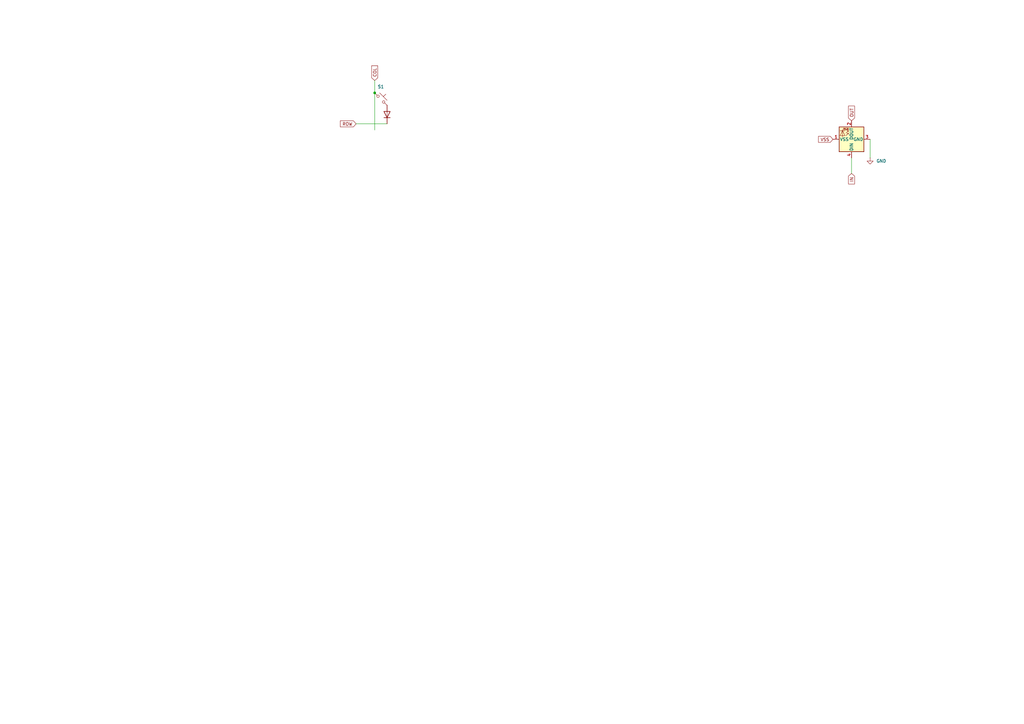
<source format=kicad_sch>
(kicad_sch (version 20231120) (generator "eeschema") (generator_version "8.0")
  (paper "A3")
  (lib_symbols
    (symbol "ScottoKeebs:LED_SK6812MINI" (pin_names (offset 0.254))
      (property "Reference" "D" (at 5.08 5.715 0))
      (property "Value" "LED_SK6812MINI" (at 1.27 -5.715 0))
      (symbol "LED_SK6812MINI_0_0"
        (text "RGB" (at 2.286 -4.191 0) (effects (font (size 0.762 0.762))))
      )
      (symbol "LED_SK6812MINI_0_1"
        (polyline (pts (xy 1.27 -3.556) (xy 1.778 -3.556)))
        (polyline (pts (xy 1.27 -2.54) (xy 1.778 -2.54)))
        (polyline (pts (xy 4.699 -3.556) (xy 2.667 -3.556)))
        (polyline (pts (xy 2.286 -2.54) (xy 1.27 -3.556) (xy 1.27 -3.048)))
        (polyline (pts (xy 2.286 -1.524) (xy 1.27 -2.54) (xy 1.27 -2.032)))
        (polyline (pts (xy 3.683 -1.016) (xy 3.683 -3.556) (xy 3.683 -4.064)))
        (polyline (pts (xy 4.699 -1.524) (xy 2.667 -1.524) (xy 3.683 -3.556) (xy 4.699 -1.524)))
        (rectangle (start 5.08 5.08) (end -5.08 -5.08) (stroke (width 0.254)) (fill (type background)))
      )
      (symbol "LED_SK6812MINI_1_1"
        (pin output line (at 7.62 0 180) (length 2.54) (name "VSS") (number "1"))
        (pin power_in line (at 0 -7.62 90) (length 2.54) (name "DOUT") (number "2"))
        (pin input line (at -7.62 0 0) (length 2.54) (name "GND") (number "3"))
        (pin power_in line (at 0 7.62 270) (length 2.54) (name "DIN") (number "4"))
      )
    )
    (symbol "ScottoKeebs:Placeholder_Diode" (pin_numbers hide) (pin_names hide)
      (property "Reference" "D" (at 0 2.54 0))
      (property "Value" "Diode" (at 0 -2.54 0))
      (symbol "Placeholder_Diode_0_1"
        (polyline (pts (xy -1.27 1.27) (xy -1.27 -1.27)) (stroke (width 0.254)))
        (polyline (pts (xy 1.27 0) (xy -1.27 0)))
        (polyline (pts (xy 1.27 1.27) (xy 1.27 -1.27) (xy -1.27 0) (xy 1.27 1.27)) (stroke (width 0.254)))
      )
      (symbol "Placeholder_Diode_1_1"
        (pin passive line (at -3.81 0 0) (length 2.54) (name "K") (number "1"))
        (pin passive line (at 3.81 0 180) (length 2.54) (name "A") (number "2"))
      )
    )
    (symbol "ScottoKeebs:Placeholder_Keyswitch" (pin_numbers hide) (pin_names (offset 1.016) hide)
      (property "Reference" "S" (at 3.048 1.016 0))
      (property "Value" "Keyswitch" (at 0 -3.81 0))
      (symbol "Placeholder_Keyswitch_0_1"
        (circle (center -1.1684 1.1684) (radius 0.508))
        (polyline (pts (xy -0.508 2.54) (xy 2.54 -0.508)))
        (polyline (pts (xy 1.016 1.016) (xy 2.032 2.032)))
        (polyline (pts (xy -2.54 2.54) (xy -1.524 1.524) (xy -1.524 1.524)))
        (polyline (pts (xy 1.524 -1.524) (xy 2.54 -2.54) (xy 2.54 -2.54) (xy 2.54 -2.54)))
        (circle (center 1.143 -1.1938) (radius 0.508))
        (pin passive line (at -2.54 2.54 0) (length 0) (name "1") (number "1"))
        (pin passive line (at 2.54 -2.54 180) (length 0) (name "2") (number "2"))
      )
    )
    (symbol "power:GND" (power) (pin_numbers hide) (pin_names (offset 0) hide)
      (property "Value" "GND" (at 0 -3.81 0))
      (symbol "GND_0_1"
        (polyline (pts (xy 0 0) (xy 0 -1.27) (xy 1.27 -1.27) (xy 0 -2.54) (xy -1.27 -1.27) (xy 0 -1.27)))
      )
      (symbol "GND_1_1"
        (pin power_in line (at 0 0 270) (length 0) (name "~") (number "1"))
      )
    )
  )
  (junction (at 153.67 38.1))
  (wire (pts (xy 146.05 50.8) (xy 158.75 50.8)))
  (wire (pts (xy 153.67 33.02) (xy 153.67 38.1)))
  (wire (pts (xy 349.25 71.12) (xy 349.25 64.77)))
  (wire (pts (xy 153.67 38.1) (xy 153.67 53.34)))
  (wire (pts (xy 356.87 64.77) (xy 356.87 57.15)))
  (global_label "COL" (shape input) (at 153.67 33.02 90) (property "Intersheetrefs" "${INTERSHEET_REFS}" (effects (hide yes))))
  (global_label "VSS" (shape input) (at 341.63 57.15 180) (property "Intersheetrefs" "${INTERSHEET_REFS}" (effects (hide yes))))
  (global_label "IN" (shape input) (at 349.25 71.12 270) (property "Intersheetrefs" "${INTERSHEET_REFS}" (effects (hide yes))))
  (global_label "ROW" (shape input) (at 146.05 50.8 180) (property "Intersheetrefs" "${INTERSHEET_REFS}" (effects (hide yes))))
  (global_label "OUT" (shape input) (at 349.25 49.53 90) (property "Intersheetrefs" "${INTERSHEET_REFS}" (effects (hide yes))))
  (symbol (lib_id "ScottoKeebs:Placeholder_Keyswitch") (at 156.21 40.64 0) (unit 1)
    (property "Reference" "S1" (at 156.21 35.56 0))
    (property "Value" "Keyswitch" (effects (hide yes)))
    (property "Footprint" "keyswitches:Kailh_socket_PG1350" (effects (hide yes)))
    (property "Description" "Push button switch, normally open, two pins, 45° tilted" (effects (hide yes)))
  )
  (symbol (lib_id "power:GND") (at 356.87 64.77 0) (unit 1)
    (property "Reference" "#PWR0107" (effects (hide yes)))
    (property "Value" "GND" (at 359.41 66.0399 0) (effects (justify left)))
    (property "Description" "Power symbol creates a global label with name \"GND\" , ground" (effects (hide yes)))
  )
  (symbol (lib_id "ScottoKeebs:Placeholder_Diode") (at 158.75 46.99 90) (unit 1)
    (property "Reference" "D1" (effects (hide yes)))
    (property "Value" "Diode" (effects (hide yes)))
    (property "Footprint" "ScottoKeebs_Components:Diode_SOD-123" (effects (hide yes)))
    (property "Description" "1N4148 (DO-35) or 1N4148W (SOD-123)" (effects (hide yes)))
    (property "Sim.Device" "D" (effects (hide yes)))
    (property "Sim.Pins" "1=K 2=A" (effects (hide yes)))
  )
  (symbol (lib_id "ScottoKeebs:LED_SK6812MINI") (at 349.25 57.15 180) (unit 1)
    (property "Reference" "D2" (effects (hide yes)))
    (property "Value" "LED_SK6812MINI" (effects (hide yes)))
    (property "Footprint" "ScottoKeebs_Components:LED_SK6812MINI" (effects (hide yes)))
    (property "Datasheet" "https://cdn-shop.adafruit.com/product-files/2686/SK6812MINI_REV.01-1-2.pdf" (effects (hide yes)))
    (property "Description" "RGB LED with integrated controller" (effects (hide yes)))
  )
)
</source>
